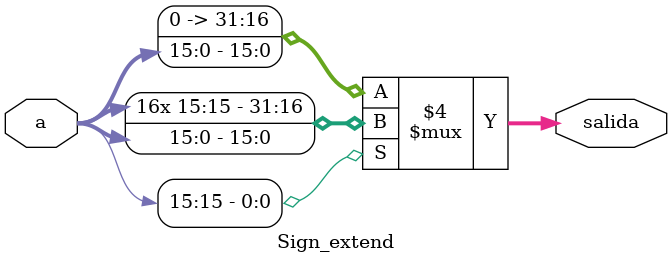
<source format=v>
module Sign_extend (
    input [15:0] a,
    output reg [31:0] salida
);

    always @(*) begin
        if (a[15] == 1) begin
            salida = {{16{a[15]}}, a};
        end
        else begin
            salida = {{16{1'b0}}, a};
        end
    end

endmodule
</source>
